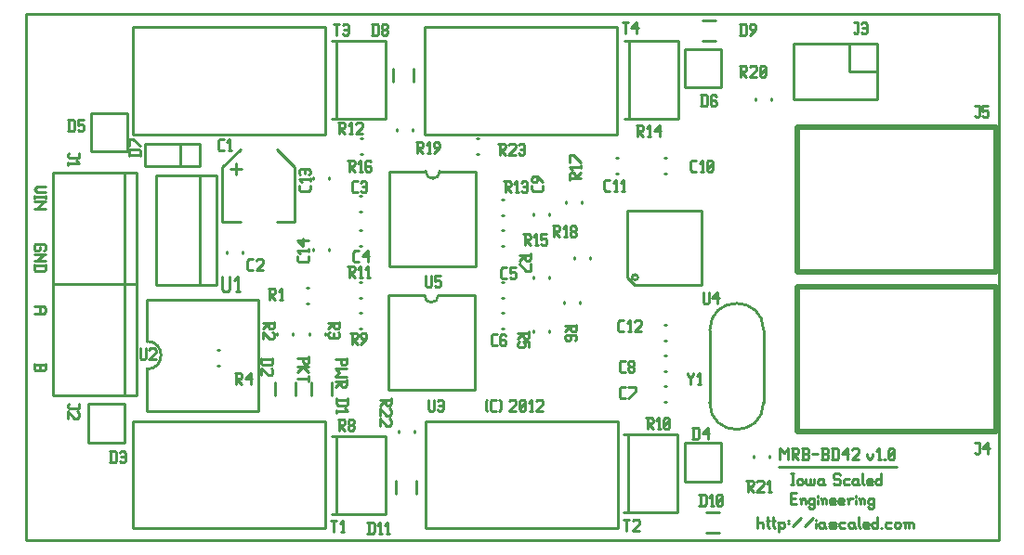
<source format=gbr>
G04 start of page 8 for group -4079 idx -4079 *
G04 Title: (unknown), topsilk *
G04 Creator: pcb 20110918 *
G04 CreationDate: Thu 28 Mar 2013 10:57:24 PM GMT UTC *
G04 For: railfan *
G04 Format: Gerber/RS-274X *
G04 PCB-Dimensions: 350000 190000 *
G04 PCB-Coordinate-Origin: lower left *
%MOIN*%
%FSLAX25Y25*%
%LNTOPSILK*%
%ADD92C,0.0200*%
%ADD91C,0.0100*%
G54D91*X349500Y189500D02*Y500D01*
X500D02*Y189500D01*
Y500D02*X349500D01*
X500Y189500D02*X349500D01*
X270500Y27000D02*X313000D01*
X263000Y9000D02*Y5000D01*
Y6500D02*X263500Y7000D01*
X264500D01*
X265000Y6500D01*
Y5000D01*
X266700Y9000D02*Y5500D01*
X267200Y5000D01*
X266200Y7500D02*X267200D01*
X268700Y9000D02*Y5500D01*
X269200Y5000D01*
X268200Y7500D02*X269200D01*
X270700Y6500D02*Y3500D01*
X270200Y7000D02*X270700Y6500D01*
X271200Y7000D01*
X272200D01*
X272700Y6500D01*
Y5500D01*
X272200Y5000D02*X272700Y5500D01*
X271200Y5000D02*X272200D01*
X270700Y5500D02*X271200Y5000D01*
X273900Y7500D02*X274400D01*
X273900Y6500D02*X274400D01*
X275600Y5500D02*X278600Y8500D01*
X279800Y5500D02*X282800Y8500D01*
X284000Y8000D02*Y7500D01*
Y6500D02*Y5000D01*
X286500Y7000D02*X287000Y6500D01*
X285500Y7000D02*X286500D01*
X285000Y6500D02*X285500Y7000D01*
X285000Y6500D02*Y5500D01*
X285500Y5000D01*
X287000Y7000D02*Y5500D01*
X287500Y5000D01*
X285500D02*X286500D01*
X287000Y5500D01*
X289200Y5000D02*X290700D01*
X291200Y5500D01*
X290700Y6000D02*X291200Y5500D01*
X289200Y6000D02*X290700D01*
X288700Y6500D02*X289200Y6000D01*
X288700Y6500D02*X289200Y7000D01*
X290700D01*
X291200Y6500D01*
X288700Y5500D02*X289200Y5000D01*
X292900Y7000D02*X294400D01*
X292400Y6500D02*X292900Y7000D01*
X292400Y6500D02*Y5500D01*
X292900Y5000D01*
X294400D01*
X297100Y7000D02*X297600Y6500D01*
X296100Y7000D02*X297100D01*
X295600Y6500D02*X296100Y7000D01*
X295600Y6500D02*Y5500D01*
X296100Y5000D01*
X297600Y7000D02*Y5500D01*
X298100Y5000D01*
X296100D02*X297100D01*
X297600Y5500D01*
X299300Y9000D02*Y5500D01*
X299800Y5000D01*
X301300D02*X302800D01*
X300800Y5500D02*X301300Y5000D01*
X300800Y6500D02*Y5500D01*
Y6500D02*X301300Y7000D01*
X302300D01*
X302800Y6500D01*
X300800Y6000D02*X302800D01*
Y6500D02*Y6000D01*
X306000Y9000D02*Y5000D01*
X305500D02*X306000Y5500D01*
X304500Y5000D02*X305500D01*
X304000Y5500D02*X304500Y5000D01*
X304000Y6500D02*Y5500D01*
Y6500D02*X304500Y7000D01*
X305500D01*
X306000Y6500D01*
X307200Y5000D02*X307700D01*
X309400Y7000D02*X310900D01*
X308900Y6500D02*X309400Y7000D01*
X308900Y6500D02*Y5500D01*
X309400Y5000D01*
X310900D01*
X312100Y6500D02*Y5500D01*
Y6500D02*X312600Y7000D01*
X313600D01*
X314100Y6500D01*
Y5500D01*
X313600Y5000D02*X314100Y5500D01*
X312600Y5000D02*X313600D01*
X312100Y5500D02*X312600Y5000D01*
X315800Y6500D02*Y5000D01*
Y6500D02*X316300Y7000D01*
X316800D01*
X317300Y6500D01*
Y5000D01*
Y6500D02*X317800Y7000D01*
X318300D01*
X318800Y6500D01*
Y5000D01*
X315300Y7000D02*X315800Y6500D01*
X275000Y24500D02*X276000D01*
X275500D02*Y20500D01*
X275000D02*X276000D01*
X277200Y22000D02*Y21000D01*
Y22000D02*X277700Y22500D01*
X278700D01*
X279200Y22000D01*
Y21000D01*
X278700Y20500D02*X279200Y21000D01*
X277700Y20500D02*X278700D01*
X277200Y21000D02*X277700Y20500D01*
X280400Y22500D02*Y21000D01*
X280900Y20500D01*
X281400D01*
X281900Y21000D01*
Y22500D02*Y21000D01*
X282400Y20500D01*
X282900D01*
X283400Y21000D01*
Y22500D02*Y21000D01*
X286100Y22500D02*X286600Y22000D01*
X285100Y22500D02*X286100D01*
X284600Y22000D02*X285100Y22500D01*
X284600Y22000D02*Y21000D01*
X285100Y20500D01*
X286600Y22500D02*Y21000D01*
X287100Y20500D01*
X285100D02*X286100D01*
X286600Y21000D01*
X292100Y24500D02*X292600Y24000D01*
X290600Y24500D02*X292100D01*
X290100Y24000D02*X290600Y24500D01*
X290100Y24000D02*Y23000D01*
X290600Y22500D01*
X292100D01*
X292600Y22000D01*
Y21000D01*
X292100Y20500D02*X292600Y21000D01*
X290600Y20500D02*X292100D01*
X290100Y21000D02*X290600Y20500D01*
X294300Y22500D02*X295800D01*
X293800Y22000D02*X294300Y22500D01*
X293800Y22000D02*Y21000D01*
X294300Y20500D01*
X295800D01*
X298500Y22500D02*X299000Y22000D01*
X297500Y22500D02*X298500D01*
X297000Y22000D02*X297500Y22500D01*
X297000Y22000D02*Y21000D01*
X297500Y20500D01*
X299000Y22500D02*Y21000D01*
X299500Y20500D01*
X297500D02*X298500D01*
X299000Y21000D01*
X300700Y24500D02*Y21000D01*
X301200Y20500D01*
X302700D02*X304200D01*
X302200Y21000D02*X302700Y20500D01*
X302200Y22000D02*Y21000D01*
Y22000D02*X302700Y22500D01*
X303700D01*
X304200Y22000D01*
X302200Y21500D02*X304200D01*
Y22000D02*Y21500D01*
X307400Y24500D02*Y20500D01*
X306900D02*X307400Y21000D01*
X305900Y20500D02*X306900D01*
X305400Y21000D02*X305900Y20500D01*
X305400Y22000D02*Y21000D01*
Y22000D02*X305900Y22500D01*
X306900D01*
X307400Y22000D01*
X275000Y15500D02*X276500D01*
X275000Y13500D02*X277000D01*
X275000Y17500D02*Y13500D01*
Y17500D02*X277000D01*
X278700Y15000D02*Y13500D01*
Y15000D02*X279200Y15500D01*
X279700D01*
X280200Y15000D01*
Y13500D01*
X278200Y15500D02*X278700Y15000D01*
X282900Y15500D02*X283400Y15000D01*
X281900Y15500D02*X282900D01*
X281400Y15000D02*X281900Y15500D01*
X281400Y15000D02*Y14000D01*
X281900Y13500D01*
X282900D01*
X283400Y14000D01*
X281400Y12500D02*X281900Y12000D01*
X282900D01*
X283400Y12500D01*
Y15500D02*Y12500D01*
X284600Y16500D02*Y16000D01*
Y15000D02*Y13500D01*
X286100Y15000D02*Y13500D01*
Y15000D02*X286600Y15500D01*
X287100D01*
X287600Y15000D01*
Y13500D01*
X285600Y15500D02*X286100Y15000D01*
X289300Y13500D02*X290800D01*
X288800Y14000D02*X289300Y13500D01*
X288800Y15000D02*Y14000D01*
Y15000D02*X289300Y15500D01*
X290300D01*
X290800Y15000D01*
X288800Y14500D02*X290800D01*
Y15000D02*Y14500D01*
X292500Y13500D02*X294000D01*
X292000Y14000D02*X292500Y13500D01*
X292000Y15000D02*Y14000D01*
Y15000D02*X292500Y15500D01*
X293500D01*
X294000Y15000D01*
X292000Y14500D02*X294000D01*
Y15000D02*Y14500D01*
X295700Y15000D02*Y13500D01*
Y15000D02*X296200Y15500D01*
X297200D01*
X295200D02*X295700Y15000D01*
X298400Y16500D02*Y16000D01*
Y15000D02*Y13500D01*
X299900Y15000D02*Y13500D01*
Y15000D02*X300400Y15500D01*
X300900D01*
X301400Y15000D01*
Y13500D01*
X299400Y15500D02*X299900Y15000D01*
X304100Y15500D02*X304600Y15000D01*
X303100Y15500D02*X304100D01*
X302600Y15000D02*X303100Y15500D01*
X302600Y15000D02*Y14000D01*
X303100Y13500D01*
X304100D01*
X304600Y14000D01*
X302600Y12500D02*X303100Y12000D01*
X304100D01*
X304600Y12500D01*
Y15500D02*Y12500D01*
X3500Y64000D02*Y62000D01*
X4000Y61500D01*
X5000D01*
X5500Y62000D02*X5000Y61500D01*
X5500Y63500D02*Y62000D01*
X3500Y63500D02*X7500D01*
Y64000D02*Y62000D01*
X7000Y61500D01*
X6000D02*X7000D01*
X5500Y62000D02*X6000Y61500D01*
X7500Y105000D02*X7000Y104500D01*
X7500Y106500D02*Y105000D01*
X7000Y107000D02*X7500Y106500D01*
X4000Y107000D02*X7000D01*
X4000D02*X3500Y106500D01*
Y105000D01*
X4000Y104500D01*
X5000D01*
X5500Y105000D02*X5000Y104500D01*
X5500Y106000D02*Y105000D01*
X3500Y103300D02*X7500D01*
X7000D02*X7500D01*
X7000D02*X4500Y100800D01*
X3500D02*X7500D01*
X3500Y99100D02*X7500D01*
Y97600D02*X7000Y97100D01*
X4000D02*X7000D01*
X3500Y97600D02*X4000Y97100D01*
X3500Y99600D02*Y97600D01*
X7500Y99600D02*Y97600D01*
X4500Y127500D02*X7500D01*
X4500D02*X3500Y126500D01*
X4500Y125500D01*
X7500D01*
Y124300D02*Y123300D01*
X3500Y123800D02*X7500D01*
X3500Y124300D02*Y123300D01*
Y122100D02*X7500D01*
X7000D02*X7500D01*
X7000D02*X4500Y119600D01*
X3500D02*X7500D01*
X3500Y84500D02*X7000D01*
X7500Y84000D01*
Y82500D01*
X7000Y82000D01*
X3500D02*X7000D01*
X5500Y84500D02*Y82000D01*
X271000Y33500D02*Y29500D01*
Y33500D02*X272500Y32000D01*
X274000Y33500D01*
Y29500D01*
X275200Y33500D02*X277200D01*
X277700Y33000D01*
Y32000D01*
X277200Y31500D02*X277700Y32000D01*
X275700Y31500D02*X277200D01*
X275700Y33500D02*Y29500D01*
Y31500D02*X277700Y29500D01*
X278900D02*X280900D01*
X281400Y30000D01*
Y31000D02*Y30000D01*
X280900Y31500D02*X281400Y31000D01*
X279400Y31500D02*X280900D01*
X279400Y33500D02*Y29500D01*
X278900Y33500D02*X280900D01*
X281400Y33000D01*
Y32000D01*
X280900Y31500D02*X281400Y32000D01*
X282600Y31500D02*X284600D01*
X285800Y29500D02*X287800D01*
X288300Y30000D01*
Y31000D02*Y30000D01*
X287800Y31500D02*X288300Y31000D01*
X286300Y31500D02*X287800D01*
X286300Y33500D02*Y29500D01*
X285800Y33500D02*X287800D01*
X288300Y33000D01*
Y32000D01*
X287800Y31500D02*X288300Y32000D01*
X290000Y33500D02*Y29500D01*
X291500Y33500D02*X292000Y33000D01*
Y30000D01*
X291500Y29500D02*X292000Y30000D01*
X289500Y29500D02*X291500D01*
X289500Y33500D02*X291500D01*
X293200Y31500D02*X295200Y33500D01*
X293200Y31500D02*X295700D01*
X295200Y33500D02*Y29500D01*
X296900Y33000D02*X297400Y33500D01*
X298900D01*
X299400Y33000D01*
Y32000D01*
X296900Y29500D02*X299400Y32000D01*
X296900Y29500D02*X299400D01*
X302400Y31500D02*Y30500D01*
X303400Y29500D01*
X304400Y30500D01*
Y31500D02*Y30500D01*
X306100Y29500D02*X307100D01*
X306600Y33500D02*Y29500D01*
X305600Y32500D02*X306600Y33500D01*
X308300Y29500D02*X308800D01*
X310000Y30000D02*X310500Y29500D01*
X310000Y33000D02*Y30000D01*
Y33000D02*X310500Y33500D01*
X311500D01*
X312000Y33000D01*
Y30000D01*
X311500Y29500D02*X312000Y30000D01*
X310500Y29500D02*X311500D01*
X310000Y30500D02*X312000Y32500D01*
X165500Y47500D02*X166000Y47000D01*
X165500Y50500D02*X166000Y51000D01*
X165500Y50500D02*Y47500D01*
X167700Y47000D02*X169200D01*
X167200Y47500D02*X167700Y47000D01*
X167200Y50500D02*Y47500D01*
Y50500D02*X167700Y51000D01*
X169200D01*
X170400D02*X170900Y50500D01*
Y47500D01*
X170400Y47000D02*X170900Y47500D01*
X173900Y50500D02*X174400Y51000D01*
X175900D01*
X176400Y50500D01*
Y49500D01*
X173900Y47000D02*X176400Y49500D01*
X173900Y47000D02*X176400D01*
X177600Y47500D02*X178100Y47000D01*
X177600Y50500D02*Y47500D01*
Y50500D02*X178100Y51000D01*
X179100D01*
X179600Y50500D01*
Y47500D01*
X179100Y47000D02*X179600Y47500D01*
X178100Y47000D02*X179100D01*
X177600Y48000D02*X179600Y50000D01*
X181300Y47000D02*X182300D01*
X181800Y51000D02*Y47000D01*
X180800Y50000D02*X181800Y51000D01*
X183500Y50500D02*X184000Y51000D01*
X185500D01*
X186000Y50500D01*
Y49500D01*
X183500Y47000D02*X186000Y49500D01*
X183500Y47000D02*X186000D01*
X111500Y65500D02*X115500D01*
Y66000D02*Y64000D01*
X115000Y63500D01*
X114000D02*X115000D01*
X113500Y64000D02*X114000Y63500D01*
X113500Y65500D02*Y64000D01*
X111500Y62300D02*X115500D01*
X111500D02*X113000Y60800D01*
X111500Y59300D01*
X115500D01*
Y58100D02*Y56100D01*
X115000Y55600D01*
X114000D02*X115000D01*
X113500Y56100D02*X114000Y55600D01*
X113500Y57600D02*Y56100D01*
X111500Y57600D02*X115500D01*
X113500D02*X111500Y55600D01*
X98000Y66000D02*X102000D01*
Y66500D02*Y64500D01*
X101500Y64000D01*
X100500D02*X101500D01*
X100000Y64500D02*X100500Y64000D01*
X100000Y66000D02*Y64500D01*
X98000Y62800D02*X102000D01*
X100000D02*X102000Y60800D01*
X100000Y62800D02*X98000Y60800D01*
X102000Y59600D02*Y57600D01*
X98000Y58600D02*X102000D01*
X108000Y43250D02*Y4750D01*
X39000Y43250D02*Y4750D01*
X108000D01*
X39000Y43250D02*X108000D01*
X96255Y74893D02*Y74107D01*
X90745Y74893D02*Y74107D01*
X97240Y57362D02*Y52638D01*
X89760Y57362D02*Y52638D01*
X47157Y131685D02*X68811D01*
X47157Y92315D02*X68811D01*
X62905Y131685D02*Y92315D01*
X68811Y131685D02*Y92315D01*
X47157Y131685D02*Y92315D01*
X78255Y104393D02*Y103607D01*
X72745Y104393D02*Y103607D01*
X10200Y92500D02*X40200D01*
X10200Y132500D02*X40200D01*
X35800D02*Y92500D01*
X40200Y132500D02*Y92500D01*
X10200Y132500D02*Y92500D01*
X76000Y136000D02*Y132000D01*
X74000Y134000D02*X78000D01*
X71008Y134496D02*X77504Y140992D01*
X96992Y134496D02*X90496Y140992D01*
X71008Y134496D02*Y115008D01*
X96992Y134496D02*Y115008D01*
X90496D02*X96992D01*
X71008D02*X77504D01*
X10200Y52500D02*X40200D01*
X10200Y92500D02*X40200D01*
X35800D02*Y52500D01*
X40200Y92500D02*Y52500D01*
X10200Y92500D02*Y52500D01*
X69107Y63245D02*X69893D01*
X69107Y68755D02*X69893D01*
X44000Y87000D02*Y72000D01*
Y62000D02*Y47000D01*
Y87000D02*X84000D01*
Y47000D01*
X44000D02*X84000D01*
X44000Y62000D02*G75*G03X44000Y72000I0J5000D01*G01*
X35800Y49500D02*X23000D01*
X35800Y35600D02*Y49500D01*
X23000Y35600D02*X35800D01*
X23000Y49500D02*Y35600D01*
X56000Y143000D02*Y135000D01*
X43100Y143000D02*Y135000D01*
X62800Y143000D02*Y135000D01*
X43100D02*X62800D01*
X43100Y143000D02*X62800D01*
X36800Y154000D02*X24000D01*
X36800Y140100D02*Y154000D01*
X24000Y140100D02*X36800D01*
X24000Y154000D02*Y140100D01*
X216500Y38450D02*Y10550D01*
X234100Y38450D02*Y10550D01*
X214900D02*X234100D01*
X214900Y38450D02*X234100D01*
X249800Y35500D02*X237000D01*
X249800Y21600D02*Y35500D01*
X237000Y21600D02*X249800D01*
X237000Y35500D02*Y21600D01*
X267255Y30893D02*Y30107D01*
X261745Y30893D02*Y30107D01*
X244638Y3260D02*X249362D01*
X244638Y10740D02*X249362D01*
X245854Y75992D02*Y50008D01*
X265146Y75992D02*Y50008D01*
Y75992D02*G75*G03X245854Y75992I-9646J0D01*G01*
Y50008D02*G75*G03X265146Y50008I9646J0D01*G01*
X229607Y77755D02*X230393D01*
X229607Y72245D02*X230393D01*
X229607Y55755D02*X230393D01*
X229607Y50245D02*X230393D01*
X229607Y66755D02*X230393D01*
X229607Y61245D02*X230393D01*
X262245Y159393D02*Y158607D01*
X267755Y159393D02*Y158607D01*
X212107Y132245D02*X212893D01*
X212107Y137755D02*X212893D01*
X249800Y177000D02*X237000D01*
X249800Y163100D02*Y177000D01*
X237000Y163100D02*X249800D01*
X237000Y177000D02*Y163100D01*
X229607Y137755D02*X230393D01*
X229607Y132245D02*X230393D01*
X217000Y179950D02*Y152050D01*
X234600Y179950D02*Y152050D01*
X215400D02*X234600D01*
X215400Y179950D02*X234600D01*
X193745Y86393D02*Y85607D01*
X199255Y86393D02*Y85607D01*
X197245Y102393D02*Y101607D01*
X202755Y102393D02*Y101607D01*
X188255Y117893D02*Y117107D01*
X182745Y117893D02*Y117107D01*
X199755Y122393D02*Y121607D01*
X194245Y122393D02*Y121607D01*
X219021Y92121D02*X216121Y95021D01*
X219021Y92121D02*X242879D01*
Y118879D02*Y92121D01*
X216121Y118879D02*X242879D01*
X216121D02*Y95021D01*
X219021Y94021D02*G75*G03X219021Y94021I0J1000D01*G01*
X213000Y43250D02*Y4750D01*
X144000Y43250D02*Y4750D01*
X213000D01*
X144000Y43250D02*X213000D01*
X188255Y95393D02*Y94607D01*
X182745Y95393D02*Y94607D01*
X171107Y106245D02*X171893D01*
X171107Y111755D02*X171893D01*
X171107Y87745D02*X171893D01*
X171107Y93255D02*X171893D01*
X188255Y75893D02*Y75107D01*
X182745Y75893D02*Y75107D01*
X171107Y117245D02*X171893D01*
X171107Y122755D02*X171893D01*
X171107Y76745D02*X171893D01*
X171107Y82255D02*X171893D01*
X212500Y184750D02*Y146250D01*
X143500Y184750D02*Y146250D01*
X212500D01*
X143500Y184750D02*X212500D01*
X162107Y144755D02*X162893D01*
X162107Y139245D02*X162893D01*
X243138Y179760D02*X247862D01*
X243138Y187240D02*X247862D01*
X148500Y88500D02*X161500D01*
X130500D02*X143500D01*
X161500D02*Y54500D01*
X130500D02*X161500D01*
X130500Y88500D02*Y54500D01*
X143500Y88500D02*G75*G03X148500Y88500I2500J0D01*G01*
X140740Y21862D02*Y17138D01*
X133260Y21862D02*Y17138D01*
X139755Y39893D02*Y39107D01*
X134245Y39893D02*Y39107D01*
X149000Y133000D02*X162000D01*
X131000D02*X144000D01*
X162000D02*Y99000D01*
X131000D02*X162000D01*
X131000Y133000D02*Y99000D01*
X144000Y133000D02*G75*G03X149000Y133000I2500J0D01*G01*
X103745Y130893D02*Y130107D01*
X109255Y130893D02*Y130107D01*
X120607Y144755D02*X121393D01*
X120607Y139245D02*X121393D01*
X108000Y184750D02*Y146250D01*
X39000Y184750D02*Y146250D01*
X108000D01*
X39000Y184750D02*X108000D01*
X102760Y57362D02*Y52638D01*
X110240Y57362D02*Y52638D01*
X101107Y91255D02*X101893D01*
X101107Y85745D02*X101893D01*
X120107Y82255D02*X120893D01*
X120107Y76745D02*X120893D01*
X120107Y93255D02*X120893D01*
X120107Y87745D02*X120893D01*
X107755Y74893D02*Y74107D01*
X102245Y74893D02*Y74107D01*
X112000Y37950D02*Y10050D01*
X129600Y37950D02*Y10050D01*
X110400D02*X129600D01*
X110400Y37950D02*X129600D01*
X112000Y179950D02*Y152050D01*
X129600Y179950D02*Y152050D01*
X110400D02*X129600D01*
X110400Y179950D02*X129600D01*
X132260Y169862D02*Y165138D01*
X139740Y169862D02*Y165138D01*
X133745Y148393D02*Y147607D01*
X139255Y148393D02*Y147607D01*
X109255Y105393D02*Y104607D01*
X103745Y105393D02*Y104607D01*
X120107Y111755D02*X120893D01*
X120107Y106245D02*X120893D01*
X120107Y124255D02*X120893D01*
X120107Y118745D02*X120893D01*
X296000Y169000D02*X306000D01*
X296000Y179000D02*Y169000D01*
X306000Y179000D02*Y159000D01*
X276000D02*X306000D01*
X276000Y179000D02*Y159000D01*
Y179000D02*X306000D01*
G54D92*X348500Y97000D02*X348520Y149000D01*
X277200D02*Y97000D01*
X348500D01*
X277200Y149000D02*X348500D01*
Y39500D02*X348520Y91500D01*
X277200D02*Y39500D01*
X348500D01*
X277200Y91500D02*X348500D01*
G54D91*X110000Y7500D02*X112000D01*
X111000D02*Y3500D01*
X113700D02*X114700D01*
X114200Y7500D02*Y3500D01*
X113200Y6500D02*X114200Y7500D01*
X145000Y51000D02*Y47500D01*
X145500Y47000D01*
X146500D01*
X147000Y47500D01*
Y51000D02*Y47500D01*
X148200Y50500D02*X148700Y51000D01*
X149700D01*
X150200Y50500D01*
Y47500D01*
X149700Y47000D02*X150200Y47500D01*
X148700Y47000D02*X149700D01*
X148200Y47500D02*X148700Y47000D01*
Y49000D02*X150200D01*
X123500Y7000D02*Y3000D01*
X125000Y7000D02*X125500Y6500D01*
Y3500D01*
X125000Y3000D02*X125500Y3500D01*
X123000Y3000D02*X125000D01*
X123000Y7000D02*X125000D01*
X127200Y3000D02*X128200D01*
X127700Y7000D02*Y3000D01*
X126700Y6000D02*X127700Y7000D01*
X129900Y3000D02*X130900D01*
X130400Y7000D02*Y3000D01*
X129400Y6000D02*X130400Y7000D01*
X112500Y44000D02*X114500D01*
X115000Y43500D01*
Y42500D01*
X114500Y42000D02*X115000Y42500D01*
X113000Y42000D02*X114500D01*
X113000Y44000D02*Y40000D01*
Y42000D02*X115000Y40000D01*
X116200Y40500D02*X116700Y40000D01*
X116200Y41500D02*Y40500D01*
Y41500D02*X116700Y42000D01*
X117700D01*
X118200Y41500D01*
Y40500D01*
X117700Y40000D02*X118200Y40500D01*
X116700Y40000D02*X117700D01*
X116200Y42500D02*X116700Y42000D01*
X116200Y43500D02*Y42500D01*
Y43500D02*X116700Y44000D01*
X117700D01*
X118200Y43500D01*
Y42500D01*
X117700Y42000D02*X118200Y42500D01*
X75500Y60500D02*X77500D01*
X78000Y60000D01*
Y59000D01*
X77500Y58500D02*X78000Y59000D01*
X76000Y58500D02*X77500D01*
X76000Y60500D02*Y56500D01*
Y58500D02*X78000Y56500D01*
X79200Y58500D02*X81200Y60500D01*
X79200Y58500D02*X81700D01*
X81200Y60500D02*Y56500D01*
X41500Y69500D02*Y66000D01*
X42000Y65500D01*
X43000D01*
X43500Y66000D01*
Y69500D02*Y66000D01*
X44700Y69000D02*X45200Y69500D01*
X46700D01*
X47200Y69000D01*
Y68000D01*
X44700Y65500D02*X47200Y68000D01*
X44700Y65500D02*X47200D01*
X131500Y51500D02*Y49500D01*
X131000Y49000D01*
X130000D02*X131000D01*
X129500Y49500D02*X130000Y49000D01*
X129500Y51000D02*Y49500D01*
X127500Y51000D02*X131500D01*
X129500D02*X127500Y49000D01*
X131000Y47800D02*X131500Y47300D01*
Y45800D01*
X131000Y45300D01*
X130000D02*X131000D01*
X127500Y47800D02*X130000Y45300D01*
X127500Y47800D02*Y45300D01*
X131000Y44100D02*X131500Y43600D01*
Y42100D01*
X131000Y41600D01*
X130000D02*X131000D01*
X127500Y44100D02*X130000Y41600D01*
X127500Y44100D02*Y41600D01*
X19500Y49500D02*Y48000D01*
X16000D02*X19500D01*
X15500Y48500D02*X16000Y48000D01*
X15500Y49000D02*Y48500D01*
X16000Y49500D02*X15500Y49000D01*
X19000Y46800D02*X19500Y46300D01*
Y44800D01*
X19000Y44300D01*
X18000D02*X19000D01*
X15500Y46800D02*X18000Y44300D01*
X15500Y46800D02*Y44300D01*
X31000Y32500D02*Y28500D01*
X32500Y32500D02*X33000Y32000D01*
Y29000D01*
X32500Y28500D02*X33000Y29000D01*
X30500Y28500D02*X32500D01*
X30500Y32500D02*X32500D01*
X34200Y32000D02*X34700Y32500D01*
X35700D01*
X36200Y32000D01*
Y29000D01*
X35700Y28500D02*X36200Y29000D01*
X34700Y28500D02*X35700D01*
X34200Y29000D02*X34700Y28500D01*
Y30500D02*X36200D01*
X223000Y44500D02*X225000D01*
X225500Y44000D01*
Y43000D01*
X225000Y42500D02*X225500Y43000D01*
X223500Y42500D02*X225000D01*
X223500Y44500D02*Y40500D01*
Y42500D02*X225500Y40500D01*
X227200D02*X228200D01*
X227700Y44500D02*Y40500D01*
X226700Y43500D02*X227700Y44500D01*
X229400Y41000D02*X229900Y40500D01*
X229400Y44000D02*Y41000D01*
Y44000D02*X229900Y44500D01*
X230900D01*
X231400Y44000D01*
Y41000D01*
X230900Y40500D02*X231400Y41000D01*
X229900Y40500D02*X230900D01*
X229400Y41500D02*X231400Y43500D01*
X341000Y35500D02*X342500D01*
Y32000D01*
X342000Y31500D02*X342500Y32000D01*
X341500Y31500D02*X342000D01*
X341000Y32000D02*X341500Y31500D01*
X343700Y33500D02*X345700Y35500D01*
X343700Y33500D02*X346200D01*
X345700Y35500D02*Y31500D01*
X240000Y41000D02*Y37000D01*
X241500Y41000D02*X242000Y40500D01*
Y37500D01*
X241500Y37000D02*X242000Y37500D01*
X239500Y37000D02*X241500D01*
X239500Y41000D02*X241500D01*
X243200Y39000D02*X245200Y41000D01*
X243200Y39000D02*X245700D01*
X245200Y41000D02*Y37000D01*
X256500Y171000D02*X258500D01*
X259000Y170500D01*
Y169500D01*
X258500Y169000D02*X259000Y169500D01*
X257000Y169000D02*X258500D01*
X257000Y171000D02*Y167000D01*
Y169000D02*X259000Y167000D01*
X260200Y170500D02*X260700Y171000D01*
X262200D01*
X262700Y170500D01*
Y169500D01*
X260200Y167000D02*X262700Y169500D01*
X260200Y167000D02*X262700D01*
X263900Y167500D02*X264400Y167000D01*
X263900Y170500D02*Y167500D01*
Y170500D02*X264400Y171000D01*
X265400D01*
X265900Y170500D01*
Y167500D01*
X265400Y167000D02*X265900Y167500D01*
X264400Y167000D02*X265400D01*
X263900Y168000D02*X265900Y170000D01*
X243000Y160500D02*Y156500D01*
X244500Y160500D02*X245000Y160000D01*
Y157000D01*
X244500Y156500D02*X245000Y157000D01*
X242500Y156500D02*X244500D01*
X242500Y160500D02*X244500D01*
X247700D02*X248200Y160000D01*
X246700Y160500D02*X247700D01*
X246200Y160000D02*X246700Y160500D01*
X246200Y160000D02*Y157000D01*
X246700Y156500D01*
X247700Y158500D02*X248200Y158000D01*
X246200Y158500D02*X247700D01*
X246700Y156500D02*X247700D01*
X248200Y157000D01*
Y158000D02*Y157000D01*
X239500Y133000D02*X241000D01*
X239000Y133500D02*X239500Y133000D01*
X239000Y136500D02*Y133500D01*
Y136500D02*X239500Y137000D01*
X241000D01*
X242700Y133000D02*X243700D01*
X243200Y137000D02*Y133000D01*
X242200Y136000D02*X243200Y137000D01*
X244900Y133500D02*X245400Y133000D01*
X244900Y136500D02*Y133500D01*
Y136500D02*X245400Y137000D01*
X246400D01*
X246900Y136500D01*
Y133500D01*
X246400Y133000D02*X246900Y133500D01*
X245400Y133000D02*X246400D01*
X244900Y134000D02*X246900Y136000D01*
X219500Y149500D02*X221500D01*
X222000Y149000D01*
Y148000D01*
X221500Y147500D02*X222000Y148000D01*
X220000Y147500D02*X221500D01*
X220000Y149500D02*Y145500D01*
Y147500D02*X222000Y145500D01*
X223700D02*X224700D01*
X224200Y149500D02*Y145500D01*
X223200Y148500D02*X224200Y149500D01*
X225900Y147500D02*X227900Y149500D01*
X225900Y147500D02*X228400D01*
X227900Y149500D02*Y145500D01*
X341000Y156500D02*X342500D01*
Y153000D01*
X342000Y152500D02*X342500Y153000D01*
X341500Y152500D02*X342000D01*
X341000Y153000D02*X341500Y152500D01*
X343700Y156500D02*X345700D01*
X343700D02*Y154500D01*
X344200Y155000D01*
X345200D01*
X345700Y154500D01*
Y153000D01*
X345200Y152500D02*X345700Y153000D01*
X344200Y152500D02*X345200D01*
X343700Y153000D02*X344200Y152500D01*
X215000Y8000D02*X217000D01*
X216000D02*Y4000D01*
X218200Y7500D02*X218700Y8000D01*
X220200D01*
X220700Y7500D01*
Y6500D01*
X218200Y4000D02*X220700Y6500D01*
X218200Y4000D02*X220700D01*
X238000Y60500D02*Y60000D01*
X239000Y59000D01*
X240000Y60000D01*
Y60500D02*Y60000D01*
X239000Y59000D02*Y56500D01*
X241700D02*X242700D01*
X242200Y60500D02*Y56500D01*
X241200Y59500D02*X242200Y60500D01*
X242500Y17000D02*Y13000D01*
X244000Y17000D02*X244500Y16500D01*
Y13500D01*
X244000Y13000D02*X244500Y13500D01*
X242000Y13000D02*X244000D01*
X242000Y17000D02*X244000D01*
X246200Y13000D02*X247200D01*
X246700Y17000D02*Y13000D01*
X245700Y16000D02*X246700Y17000D01*
X248400Y13500D02*X248900Y13000D01*
X248400Y16500D02*Y13500D01*
Y16500D02*X248900Y17000D01*
X249900D01*
X250400Y16500D01*
Y13500D01*
X249900Y13000D02*X250400Y13500D01*
X248900Y13000D02*X249900D01*
X248400Y14000D02*X250400Y16000D01*
X259000Y22000D02*X261000D01*
X261500Y21500D01*
Y20500D01*
X261000Y20000D02*X261500Y20500D01*
X259500Y20000D02*X261000D01*
X259500Y22000D02*Y18000D01*
Y20000D02*X261500Y18000D01*
X262700Y21500D02*X263200Y22000D01*
X264700D01*
X265200Y21500D01*
Y20500D01*
X262700Y18000D02*X265200Y20500D01*
X262700Y18000D02*X265200D01*
X266900D02*X267900D01*
X267400Y22000D02*Y18000D01*
X266400Y21000D02*X267400Y22000D01*
X243500Y89500D02*Y86000D01*
X244000Y85500D01*
X245000D01*
X245500Y86000D01*
Y89500D02*Y86000D01*
X246700Y87500D02*X248700Y89500D01*
X246700Y87500D02*X249200D01*
X248700Y89500D02*Y85500D01*
X213500Y75500D02*X215000D01*
X213000Y76000D02*X213500Y75500D01*
X213000Y79000D02*Y76000D01*
Y79000D02*X213500Y79500D01*
X215000D01*
X216700Y75500D02*X217700D01*
X217200Y79500D02*Y75500D01*
X216200Y78500D02*X217200Y79500D01*
X218900Y79000D02*X219400Y79500D01*
X220900D01*
X221400Y79000D01*
Y78000D01*
X218900Y75500D02*X221400Y78000D01*
X218900Y75500D02*X221400D01*
X208500Y126000D02*X210000D01*
X208000Y126500D02*X208500Y126000D01*
X208000Y129500D02*Y126500D01*
Y129500D02*X208500Y130000D01*
X210000D01*
X211700Y126000D02*X212700D01*
X212200Y130000D02*Y126000D01*
X211200Y129000D02*X212200Y130000D01*
X214400Y126000D02*X215400D01*
X214900Y130000D02*Y126000D01*
X213900Y129000D02*X214900Y130000D01*
X214000Y51500D02*X215500D01*
X213500Y52000D02*X214000Y51500D01*
X213500Y55000D02*Y52000D01*
Y55000D02*X214000Y55500D01*
X215500D01*
X216700Y51500D02*X219200Y54000D01*
Y55500D02*Y54000D01*
X216700Y55500D02*X219200D01*
X214000Y61000D02*X215500D01*
X213500Y61500D02*X214000Y61000D01*
X213500Y64500D02*Y61500D01*
Y64500D02*X214000Y65000D01*
X215500D01*
X216700Y61500D02*X217200Y61000D01*
X216700Y62500D02*Y61500D01*
Y62500D02*X217200Y63000D01*
X218200D01*
X218700Y62500D01*
Y61500D01*
X218200Y61000D02*X218700Y61500D01*
X217200Y61000D02*X218200D01*
X216700Y63500D02*X217200Y63000D01*
X216700Y64500D02*Y63500D01*
Y64500D02*X217200Y65000D01*
X218200D01*
X218700Y64500D01*
Y63500D01*
X218200Y63000D02*X218700Y63500D01*
X214500Y186500D02*X216500D01*
X215500D02*Y182500D01*
X217700Y184500D02*X219700Y186500D01*
X217700Y184500D02*X220200D01*
X219700Y186500D02*Y182500D01*
X297500Y186500D02*X299000D01*
Y183000D01*
X298500Y182500D02*X299000Y183000D01*
X298000Y182500D02*X298500D01*
X297500Y183000D02*X298000Y182500D01*
X300200Y186000D02*X300700Y186500D01*
X301700D01*
X302200Y186000D01*
Y183000D01*
X301700Y182500D02*X302200Y183000D01*
X300700Y182500D02*X301700D01*
X300200Y183000D02*X300700Y182500D01*
Y184500D02*X302200D01*
X257000Y186000D02*Y182000D01*
X258500Y186000D02*X259000Y185500D01*
Y182500D01*
X258500Y182000D02*X259000Y182500D01*
X256500Y182000D02*X258500D01*
X256500Y186000D02*X258500D01*
X260200Y182000D02*X262200Y184000D01*
Y185500D02*Y184000D01*
X261700Y186000D02*X262200Y185500D01*
X260700Y186000D02*X261700D01*
X260200Y185500D02*X260700Y186000D01*
X260200Y185500D02*Y184500D01*
X260700Y184000D01*
X262200D01*
X71000Y95170D02*Y90515D01*
X71665Y89850D01*
X72995D01*
X73660Y90515D01*
Y95170D02*Y90515D01*
X75921Y89850D02*X77251D01*
X76586Y95170D02*Y89850D01*
X75256Y93840D02*X76586Y95170D01*
X112000Y51000D02*X116000D01*
Y49500D02*X115500Y49000D01*
X112500D02*X115500D01*
X112000Y49500D02*X112500Y49000D01*
X112000Y51500D02*Y49500D01*
X116000Y51500D02*Y49500D01*
X112000Y47300D02*Y46300D01*
Y46800D02*X116000D01*
X115000Y47800D02*X116000Y46800D01*
X87500Y91000D02*X89500D01*
X90000Y90500D01*
Y89500D01*
X89500Y89000D02*X90000Y89500D01*
X88000Y89000D02*X89500D01*
X88000Y91000D02*Y87000D01*
Y89000D02*X90000Y87000D01*
X91700D02*X92700D01*
X92200Y91000D02*Y87000D01*
X91200Y90000D02*X92200Y91000D01*
X89500Y79000D02*Y77000D01*
X89000Y76500D01*
X88000D02*X89000D01*
X87500Y77000D02*X88000Y76500D01*
X87500Y78500D02*Y77000D01*
X85500Y78500D02*X89500D01*
X87500D02*X85500Y76500D01*
X89000Y75300D02*X89500Y74800D01*
Y73300D01*
X89000Y72800D01*
X88000D02*X89000D01*
X85500Y75300D02*X88000Y72800D01*
X85500Y75300D02*Y72800D01*
X85000Y65500D02*X89000D01*
Y64000D02*X88500Y63500D01*
X85500D02*X88500D01*
X85000Y64000D02*X85500Y63500D01*
X85000Y66000D02*Y64000D01*
X89000Y66000D02*Y64000D01*
X88500Y62300D02*X89000Y61800D01*
Y60300D01*
X88500Y59800D01*
X87500D02*X88500D01*
X85000Y62300D02*X87500Y59800D01*
X85000Y62300D02*Y59800D01*
X113000Y79000D02*Y77000D01*
X112500Y76500D01*
X111500D02*X112500D01*
X111000Y77000D02*X111500Y76500D01*
X111000Y78500D02*Y77000D01*
X109000Y78500D02*X113000D01*
X111000D02*X109000Y76500D01*
X112500Y75300D02*X113000Y74800D01*
Y73800D01*
X112500Y73300D01*
X109500D02*X112500D01*
X109000Y73800D02*X109500Y73300D01*
X109000Y74800D02*Y73800D01*
X109500Y75300D02*X109000Y74800D01*
X111000D02*Y73300D01*
X118500Y100500D02*X120000D01*
X118000Y101000D02*X118500Y100500D01*
X118000Y104000D02*Y101000D01*
Y104000D02*X118500Y104500D01*
X120000D01*
X121200Y102500D02*X123200Y104500D01*
X121200Y102500D02*X123700D01*
X123200Y104500D02*Y100500D01*
X117000Y75000D02*X119000D01*
X119500Y74500D01*
Y73500D01*
X119000Y73000D02*X119500Y73500D01*
X117500Y73000D02*X119000D01*
X117500Y75000D02*Y71000D01*
Y73000D02*X119500Y71000D01*
X120700D02*X122700Y73000D01*
Y74500D02*Y73000D01*
X122200Y75000D02*X122700Y74500D01*
X121200Y75000D02*X122200D01*
X120700Y74500D02*X121200Y75000D01*
X120700Y74500D02*Y73500D01*
X121200Y73000D01*
X122700D01*
X116000Y99000D02*X118000D01*
X118500Y98500D01*
Y97500D01*
X118000Y97000D02*X118500Y97500D01*
X116500Y97000D02*X118000D01*
X116500Y99000D02*Y95000D01*
Y97000D02*X118500Y95000D01*
X120200D02*X121200D01*
X120700Y99000D02*Y95000D01*
X119700Y98000D02*X120700Y99000D01*
X122900Y95000D02*X123900D01*
X123400Y99000D02*Y95000D01*
X122400Y98000D02*X123400Y99000D01*
X80500Y97500D02*X82000D01*
X80000Y98000D02*X80500Y97500D01*
X80000Y101000D02*Y98000D01*
Y101000D02*X80500Y101500D01*
X82000D01*
X83200Y101000D02*X83700Y101500D01*
X85200D01*
X85700Y101000D01*
Y100000D01*
X83200Y97500D02*X85700Y100000D01*
X83200Y97500D02*X85700D01*
X102500Y128000D02*Y126500D01*
X102000Y126000D02*X102500Y126500D01*
X99000Y126000D02*X102000D01*
X99000D02*X98500Y126500D01*
Y128000D02*Y126500D01*
X102500Y130700D02*Y129700D01*
X98500Y130200D02*X102500D01*
X99500Y129200D02*X98500Y130200D01*
X99000Y131900D02*X98500Y132400D01*
Y133400D02*Y132400D01*
Y133400D02*X99000Y133900D01*
X102000D01*
X102500Y133400D02*X102000Y133900D01*
X102500Y133400D02*Y132400D01*
X102000Y131900D02*X102500Y132400D01*
X100500Y133900D02*Y132400D01*
X102000Y102500D02*Y101000D01*
X101500Y100500D02*X102000Y101000D01*
X98500Y100500D02*X101500D01*
X98500D02*X98000Y101000D01*
Y102500D02*Y101000D01*
X102000Y105200D02*Y104200D01*
X98000Y104700D02*X102000D01*
X99000Y103700D02*X98000Y104700D01*
X100000Y106400D02*X98000Y108400D01*
X100000Y108900D02*Y106400D01*
X98000Y108400D02*X102000D01*
X19500Y139500D02*Y138000D01*
X16000D02*X19500D01*
X15500Y138500D02*X16000Y138000D01*
X15500Y139000D02*Y138500D01*
X16000Y139500D02*X15500Y139000D01*
Y136300D02*Y135300D01*
Y135800D02*X19500D01*
X18500Y136800D02*X19500Y135800D01*
X37500Y139000D02*X41500D01*
X37500Y140500D02*X38000Y141000D01*
X41000D01*
X41500Y140500D02*X41000Y141000D01*
X41500Y140500D02*Y138500D01*
X37500Y140500D02*Y138500D01*
X41500Y142200D02*X39000Y144700D01*
X37500D02*X39000D01*
X37500D02*Y142200D01*
X16000Y151500D02*Y147500D01*
X17500Y151500D02*X18000Y151000D01*
Y148000D01*
X17500Y147500D02*X18000Y148000D01*
X15500Y147500D02*X17500D01*
X15500Y151500D02*X17500D01*
X19200D02*X21200D01*
X19200D02*Y149500D01*
X19700Y150000D01*
X20700D01*
X21200Y149500D01*
Y148000D01*
X20700Y147500D02*X21200Y148000D01*
X19700Y147500D02*X20700D01*
X19200Y148000D02*X19700Y147500D01*
X116000Y137000D02*X118000D01*
X118500Y136500D01*
Y135500D01*
X118000Y135000D02*X118500Y135500D01*
X116500Y135000D02*X118000D01*
X116500Y137000D02*Y133000D01*
Y135000D02*X118500Y133000D01*
X120200D02*X121200D01*
X120700Y137000D02*Y133000D01*
X119700Y136000D02*X120700Y137000D01*
X123900D02*X124400Y136500D01*
X122900Y137000D02*X123900D01*
X122400Y136500D02*X122900Y137000D01*
X122400Y136500D02*Y133500D01*
X122900Y133000D01*
X123900Y135000D02*X124400Y134500D01*
X122400Y135000D02*X123900D01*
X122900Y133000D02*X123900D01*
X124400Y133500D01*
Y134500D02*Y133500D01*
X111000Y186000D02*X113000D01*
X112000D02*Y182000D01*
X114200Y185500D02*X114700Y186000D01*
X115700D01*
X116200Y185500D01*
Y182500D01*
X115700Y182000D02*X116200Y182500D01*
X114700Y182000D02*X115700D01*
X114200Y182500D02*X114700Y182000D01*
Y184000D02*X116200D01*
X112500Y150500D02*X114500D01*
X115000Y150000D01*
Y149000D01*
X114500Y148500D02*X115000Y149000D01*
X113000Y148500D02*X114500D01*
X113000Y150500D02*Y146500D01*
Y148500D02*X115000Y146500D01*
X116700D02*X117700D01*
X117200Y150500D02*Y146500D01*
X116200Y149500D02*X117200Y150500D01*
X118900Y150000D02*X119400Y150500D01*
X120900D01*
X121400Y150000D01*
Y149000D01*
X118900Y146500D02*X121400Y149000D01*
X118900Y146500D02*X121400D01*
X125000Y186000D02*Y182000D01*
X126500Y186000D02*X127000Y185500D01*
Y182500D01*
X126500Y182000D02*X127000Y182500D01*
X124500Y182000D02*X126500D01*
X124500Y186000D02*X126500D01*
X128200Y182500D02*X128700Y182000D01*
X128200Y183500D02*Y182500D01*
Y183500D02*X128700Y184000D01*
X129700D01*
X130200Y183500D01*
Y182500D01*
X129700Y182000D02*X130200Y182500D01*
X128700Y182000D02*X129700D01*
X128200Y184500D02*X128700Y184000D01*
X128200Y185500D02*Y184500D01*
Y185500D02*X128700Y186000D01*
X129700D01*
X130200Y185500D01*
Y184500D01*
X129700Y184000D02*X130200Y184500D01*
X118000Y125500D02*X119500D01*
X117500Y126000D02*X118000Y125500D01*
X117500Y129000D02*Y126000D01*
Y129000D02*X118000Y129500D01*
X119500D01*
X120700Y129000D02*X121200Y129500D01*
X122200D01*
X122700Y129000D01*
Y126000D01*
X122200Y125500D02*X122700Y126000D01*
X121200Y125500D02*X122200D01*
X120700Y126000D02*X121200Y125500D01*
Y127500D02*X122700D01*
X70000Y140500D02*X71500D01*
X69500Y141000D02*X70000Y140500D01*
X69500Y144000D02*Y141000D01*
Y144000D02*X70000Y144500D01*
X71500D01*
X73200Y140500D02*X74200D01*
X73700Y144500D02*Y140500D01*
X72700Y143500D02*X73700Y144500D01*
X198000Y78000D02*Y76000D01*
X197500Y75500D01*
X196500D02*X197500D01*
X196000Y76000D02*X196500Y75500D01*
X196000Y77500D02*Y76000D01*
X194000Y77500D02*X198000D01*
X196000D02*X194000Y75500D01*
X198000Y72800D02*X197500Y72300D01*
X198000Y73800D02*Y72800D01*
X197500Y74300D02*X198000Y73800D01*
X194500Y74300D02*X197500D01*
X194500D02*X194000Y73800D01*
X196000Y72800D02*X195500Y72300D01*
X196000Y74300D02*Y72800D01*
X194000Y73800D02*Y72800D01*
X194500Y72300D01*
X195500D01*
X181000Y75500D02*Y73500D01*
X180500Y73000D01*
X179500D02*X180500D01*
X179000Y73500D02*X179500Y73000D01*
X179000Y75000D02*Y73500D01*
X177000Y75000D02*X181000D01*
X179000D02*X177000Y73000D01*
X181000Y71800D02*Y69800D01*
X179000Y71800D02*X181000D01*
X179000D02*X179500Y71300D01*
Y70300D01*
X179000Y69800D01*
X177500D02*X179000D01*
X177000Y70300D02*X177500Y69800D01*
X177000Y71300D02*Y70300D01*
X177500Y71800D02*X177000Y71300D01*
X168000Y70500D02*X169500D01*
X167500Y71000D02*X168000Y70500D01*
X167500Y74000D02*Y71000D01*
Y74000D02*X168000Y74500D01*
X169500D01*
X172200D02*X172700Y74000D01*
X171200Y74500D02*X172200D01*
X170700Y74000D02*X171200Y74500D01*
X170700Y74000D02*Y71000D01*
X171200Y70500D01*
X172200Y72500D02*X172700Y72000D01*
X170700Y72500D02*X172200D01*
X171200Y70500D02*X172200D01*
X172700Y71000D01*
Y72000D02*Y71000D01*
X189500Y113500D02*X191500D01*
X192000Y113000D01*
Y112000D01*
X191500Y111500D02*X192000Y112000D01*
X190000Y111500D02*X191500D01*
X190000Y113500D02*Y109500D01*
Y111500D02*X192000Y109500D01*
X193700D02*X194700D01*
X194200Y113500D02*Y109500D01*
X193200Y112500D02*X194200Y113500D01*
X195900Y110000D02*X196400Y109500D01*
X195900Y111000D02*Y110000D01*
Y111000D02*X196400Y111500D01*
X197400D01*
X197900Y111000D01*
Y110000D01*
X197400Y109500D02*X197900Y110000D01*
X196400Y109500D02*X197400D01*
X195900Y112000D02*X196400Y111500D01*
X195900Y113000D02*Y112000D01*
Y113000D02*X196400Y113500D01*
X197400D01*
X197900Y113000D01*
Y112000D01*
X197400Y111500D02*X197900Y112000D01*
X181500Y103500D02*Y101500D01*
X181000Y101000D01*
X180000D02*X181000D01*
X179500Y101500D02*X180000Y101000D01*
X179500Y103000D02*Y101500D01*
X177500Y103000D02*X181500D01*
X179500D02*X177500Y101000D01*
Y99800D02*X180000Y97300D01*
X181500D01*
Y99800D02*Y97300D01*
X179000Y110500D02*X181000D01*
X181500Y110000D01*
Y109000D01*
X181000Y108500D02*X181500Y109000D01*
X179500Y108500D02*X181000D01*
X179500Y110500D02*Y106500D01*
Y108500D02*X181500Y106500D01*
X183200D02*X184200D01*
X183700Y110500D02*Y106500D01*
X182700Y109500D02*X183700Y110500D01*
X185400D02*X187400D01*
X185400D02*Y108500D01*
X185900Y109000D01*
X186900D01*
X187400Y108500D01*
Y107000D01*
X186900Y106500D02*X187400Y107000D01*
X185900Y106500D02*X186900D01*
X185400Y107000D02*X185900Y106500D01*
X171500Y94500D02*X173000D01*
X171000Y95000D02*X171500Y94500D01*
X171000Y98000D02*Y95000D01*
Y98000D02*X171500Y98500D01*
X173000D01*
X174200D02*X176200D01*
X174200D02*Y96500D01*
X174700Y97000D01*
X175700D01*
X176200Y96500D01*
Y95000D01*
X175700Y94500D02*X176200Y95000D01*
X174700Y94500D02*X175700D01*
X174200Y95000D02*X174700Y94500D01*
X144000Y95500D02*Y92000D01*
X144500Y91500D01*
X145500D01*
X146000Y92000D01*
Y95500D02*Y92000D01*
X147200Y95500D02*X149200D01*
X147200D02*Y93500D01*
X147700Y94000D01*
X148700D01*
X149200Y93500D01*
Y92000D01*
X148700Y91500D02*X149200Y92000D01*
X147700Y91500D02*X148700D01*
X147200Y92000D02*X147700Y91500D01*
X140500Y143500D02*X142500D01*
X143000Y143000D01*
Y142000D01*
X142500Y141500D02*X143000Y142000D01*
X141000Y141500D02*X142500D01*
X141000Y143500D02*Y139500D01*
Y141500D02*X143000Y139500D01*
X144700D02*X145700D01*
X145200Y143500D02*Y139500D01*
X144200Y142500D02*X145200Y143500D01*
X146900Y139500D02*X148900Y141500D01*
Y143000D02*Y141500D01*
X148400Y143500D02*X148900Y143000D01*
X147400Y143500D02*X148400D01*
X146900Y143000D02*X147400Y143500D01*
X146900Y143000D02*Y142000D01*
X147400Y141500D01*
X148900D01*
X186000Y128000D02*Y126500D01*
X185500Y126000D02*X186000Y126500D01*
X182500Y126000D02*X185500D01*
X182500D02*X182000Y126500D01*
Y128000D02*Y126500D01*
X186000Y129200D02*X184000Y131200D01*
X182500D02*X184000D01*
X182000Y130700D02*X182500Y131200D01*
X182000Y130700D02*Y129700D01*
X182500Y129200D02*X182000Y129700D01*
X182500Y129200D02*X183500D01*
X184000Y129700D01*
Y131200D02*Y129700D01*
X170000Y143000D02*X172000D01*
X172500Y142500D01*
Y141500D01*
X172000Y141000D02*X172500Y141500D01*
X170500Y141000D02*X172000D01*
X170500Y143000D02*Y139000D01*
Y141000D02*X172500Y139000D01*
X173700Y142500D02*X174200Y143000D01*
X175700D01*
X176200Y142500D01*
Y141500D01*
X173700Y139000D02*X176200Y141500D01*
X173700Y139000D02*X176200D01*
X177400Y142500D02*X177900Y143000D01*
X178900D01*
X179400Y142500D01*
Y139500D01*
X178900Y139000D02*X179400Y139500D01*
X177900Y139000D02*X178900D01*
X177400Y139500D02*X177900Y139000D01*
Y141000D02*X179400D01*
X172000Y129500D02*X174000D01*
X174500Y129000D01*
Y128000D01*
X174000Y127500D02*X174500Y128000D01*
X172500Y127500D02*X174000D01*
X172500Y129500D02*Y125500D01*
Y127500D02*X174500Y125500D01*
X176200D02*X177200D01*
X176700Y129500D02*Y125500D01*
X175700Y128500D02*X176700Y129500D01*
X178400Y129000D02*X178900Y129500D01*
X179900D01*
X180400Y129000D01*
Y126000D01*
X179900Y125500D02*X180400Y126000D01*
X178900Y125500D02*X179900D01*
X178400Y126000D02*X178900Y125500D01*
Y127500D02*X180400D01*
X195500Y132000D02*Y130000D01*
Y132000D02*X196000Y132500D01*
X197000D01*
X197500Y132000D02*X197000Y132500D01*
X197500Y132000D02*Y130500D01*
X195500D02*X199500D01*
X197500D02*X199500Y132500D01*
Y135200D02*Y134200D01*
X195500Y134700D02*X199500D01*
X196500Y133700D02*X195500Y134700D01*
X199500Y136400D02*X197000Y138900D01*
X195500D02*X197000D01*
X195500D02*Y136400D01*
M02*

</source>
